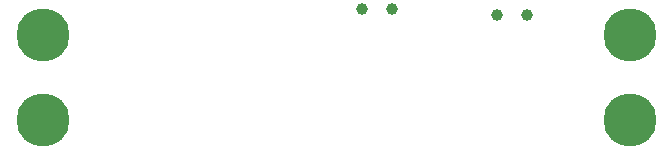
<source format=gbr>
%TF.GenerationSoftware,KiCad,Pcbnew,7.0.1*%
%TF.CreationDate,2023-08-29T00:45:33-07:00*%
%TF.ProjectId,Current Sense Standalone,43757272-656e-4742-9053-656e73652053,rev?*%
%TF.SameCoordinates,Original*%
%TF.FileFunction,Plated,1,2,PTH,Drill*%
%TF.FilePolarity,Positive*%
%FSLAX46Y46*%
G04 Gerber Fmt 4.6, Leading zero omitted, Abs format (unit mm)*
G04 Created by KiCad (PCBNEW 7.0.1) date 2023-08-29 00:45:33*
%MOMM*%
%LPD*%
G01*
G04 APERTURE LIST*
%TA.AperFunction,ComponentDrill*%
%ADD10C,1.000000*%
%TD*%
%TA.AperFunction,ComponentDrill*%
%ADD11C,4.500000*%
%TD*%
G04 APERTURE END LIST*
D10*
%TO.C,J3*%
X45720000Y-19812000D03*
X48260000Y-19812000D03*
%TO.C,J6*%
X57150000Y-20320000D03*
X59690000Y-20320000D03*
D11*
%TO.C,J1*%
X18650936Y-22010000D03*
X18650936Y-29210000D03*
%TO.C,J7*%
X68344045Y-22010000D03*
X68344045Y-29210000D03*
M02*

</source>
